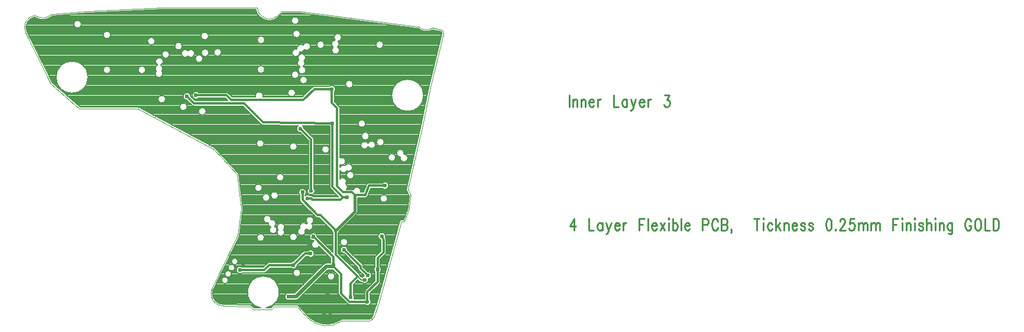
<source format=gbr>
*
*
G04 PADS 9.4.1 Build Number: 494907 generated Gerber (RS-274-X) file*
G04 PC Version=2.1*
*
%IN "MMSP_L_1.pcb"*%
*
%MOIN*%
*
%FSLAX35Y35*%
*
*
*
*
G04 PC Standard Apertures*
*
*
G04 Thermal Relief Aperture macro.*
%AMTER*
1,1,$1,0,0*
1,0,$1-$2,0,0*
21,0,$3,$4,0,0,45*
21,0,$3,$4,0,0,135*
%
*
*
G04 Annular Aperture macro.*
%AMANN*
1,1,$1,0,0*
1,0,$2,0,0*
%
*
*
G04 Odd Aperture macro.*
%AMODD*
1,1,$1,0,0*
1,0,$1-0.005,0,0*
%
*
*
G04 PC Custom Aperture Macros*
*
*
*
*
*
*
G04 PC Aperture Table*
*
%ADD010C,0.001*%
%ADD016C,0.01*%
%ADD018C,0.00787*%
%ADD019C,0.02362*%
%ADD022C,0.01969*%
%ADD023C,0.01181*%
%ADD024C,0.01575*%
*
*
*
*
G04 PC Circuitry*
G04 Layer Name MMSP_L_1.pcb - circuitry*
%LPD*%
*
*
G04 PC Custom Flashes*
G04 Layer Name MMSP_L_1.pcb - flashes*
%LPD*%
*
*
G04 PC Circuitry*
G04 Layer Name MMSP_L_1.pcb - circuitry*
%LPD*%
*
G54D10*
G01X1084338Y879416D02*
G75*
G03X1091450Y870727I6795J-1694D01*
G01X1084337Y879411D02*
X1084469Y879661D01*
X1084449Y879640*
X1099338Y910590*
X1101338Y925590*
X1099000Y945000*
X1086000Y959000*
X1043000Y982000*
X1010098*
X994098Y996000*
X979772Y1024917*
X985282Y1034748D02*
G03X979774Y1024913I607J-6800D01*
G01X985288Y1034748D02*
X985335Y1034744D01*
X986024Y1034055*
X986021Y1034056D02*
G03X994094Y1034883I3373J6886D01*
G01X994091Y1034881D02*
X994565Y1035356D01*
X1015000Y1037000*
X1057000Y1039000*
X1110433*
G03X1113187Y1034052I5045J-433*
G01X1113191Y1034049D02*
G03X1121065I3937J4610D01*
G01X1121067Y1034051D02*
X1124016Y1037000D01*
X1134000*
X1200197Y1028298*
X1201353*
G03X1209173Y1027455I4431J4416*
G01X1209174D02*
X1209247Y1027530D01*
X1214758Y1026365*
X1215407Y1024033D02*
G03X1214757Y1026366I-2399J589D01*
G01X1215407Y1024032D02*
X1208068Y994095D01*
X1203663Y972687*
X1195353Y936537*
X1196877Y932972*
X1193429Y918301D02*
G03X1196877Y932946I-27976J14316D01*
G01X1193432Y918307D02*
X1191535D01*
X1188000Y905000*
X1178563Y871588*
X1175919Y863986*
X1173588Y862205D02*
G03X1175920Y863988I-330J2848D01*
G01X1173585Y862205D02*
X1158055D01*
X1138351Y864223D02*
G03X1158054Y862204I11040J10587D01*
G01X1138356Y864218D02*
X1132826Y870374D01*
X1120079*
X1118356Y868651*
X1108071*
X1106275Y870448*
X1091453Y870727*
G54D16*
X1286220Y989633D02*
Y983071D01*
X1288266Y987446D02*
Y983071D01*
Y986196D02*
X1288948Y987133D01*
X1289402Y987446*
X1290084*
X1290539Y987133*
X1290766Y986196*
Y983071*
X1292811Y987446D02*
Y983071D01*
Y986196D02*
X1293493Y987133D01*
X1293948Y987446*
X1294630*
X1295084Y987133*
X1295311Y986196*
Y983071*
X1297357Y985571D02*
X1300084D01*
Y986196*
X1299857Y986821*
X1299630Y987133*
X1299175Y987446*
X1298493*
X1298039Y987133*
X1297584Y986508*
X1297357Y985571*
Y984946*
X1297584Y984008*
X1298039Y983383*
X1298493Y983071*
X1299175*
X1299630Y983383*
X1300084Y984008*
X1302130Y987446D02*
Y983071D01*
Y985571D02*
X1302357Y986508D01*
X1302811Y987133*
X1303266Y987446*
X1303948*
X1311220Y989633D02*
Y983071D01*
X1313948*
X1318720Y987446D02*
Y983071D01*
Y986508D02*
X1318266Y987133D01*
X1317811Y987446*
X1317130*
X1316675Y987133*
X1316220Y986508*
X1315993Y985571*
Y984946*
X1316220Y984008*
X1316675Y983383*
X1317130Y983071*
X1317811*
X1318266Y983383*
X1318720Y984008*
X1320993Y987446D02*
X1322357Y983071D01*
X1323720Y987446D02*
X1322357Y983071D01*
X1321902Y981821*
X1321448Y981196*
X1320993Y980883*
X1320766*
X1325766Y985571D02*
X1328493D01*
Y986196*
X1328266Y986821*
X1328039Y987133*
X1327584Y987446*
X1326902*
X1326448Y987133*
X1325993Y986508*
X1325766Y985571*
Y984946*
X1325993Y984008*
X1326448Y983383*
X1326902Y983071*
X1327584*
X1328039Y983383*
X1328493Y984008*
X1330539Y987446D02*
Y983071D01*
Y985571D02*
X1330766Y986508D01*
X1331220Y987133*
X1331675Y987446*
X1332357*
X1340084Y989633D02*
X1342584D01*
X1341220Y987133*
X1341902*
X1342357Y986821*
X1342584Y986508*
X1342811Y985571*
Y984946*
X1342584Y984008*
X1342130Y983383*
X1341448Y983071*
X1340766*
X1340084Y983383*
X1339857Y983696*
X1339630Y984321*
X1288887Y919948D02*
X1286614Y915573D01*
X1290023*
X1288887Y919948D02*
Y913386D01*
X1297296Y919948D02*
Y913386D01*
X1300023*
X1304796Y917761D02*
Y913386D01*
Y916823D02*
X1304341Y917448D01*
X1303887Y917761*
X1303205*
X1302751Y917448*
X1302296Y916823*
X1302069Y915886*
Y915261*
X1302296Y914323*
X1302751Y913698*
X1303205Y913386*
X1303887*
X1304341Y913698*
X1304796Y914323*
X1307069Y917761D02*
X1308432Y913386D01*
X1309796Y917761D02*
X1308432Y913386D01*
X1307978Y912136*
X1307523Y911511*
X1307069Y911198*
X1306841*
X1311841Y915886D02*
X1314569D01*
Y916511*
X1314341Y917136*
X1314114Y917448*
X1313660Y917761*
X1312978*
X1312523Y917448*
X1312069Y916823*
X1311841Y915886*
Y915261*
X1312069Y914323*
X1312523Y913698*
X1312978Y913386*
X1313660*
X1314114Y913698*
X1314569Y914323*
X1316614Y917761D02*
Y913386D01*
Y915886D02*
X1316841Y916823D01*
X1317296Y917448*
X1317751Y917761*
X1318432*
X1325705Y919948D02*
Y913386D01*
Y919948D02*
X1328660D01*
X1325705Y916823D02*
X1327523D01*
X1330705Y919948D02*
Y913386D01*
X1332751Y915886D02*
X1335478D01*
Y916511*
X1335251Y917136*
X1335023Y917448*
X1334569Y917761*
X1333887*
X1333432Y917448*
X1332978Y916823*
X1332751Y915886*
Y915261*
X1332978Y914323*
X1333432Y913698*
X1333887Y913386*
X1334569*
X1335023Y913698*
X1335478Y914323*
X1337523Y917761D02*
X1340023Y913386D01*
Y917761D02*
X1337523Y913386D01*
X1342069Y919948D02*
X1342296Y919636D01*
X1342523Y919948*
X1342296Y920261*
X1342069Y919948*
X1342296Y917761D02*
Y913386D01*
X1344569Y919948D02*
Y913386D01*
Y916823D02*
X1345023Y917448D01*
X1345478Y917761*
X1346160*
X1346614Y917448*
X1347069Y916823*
X1347296Y915886*
Y915261*
X1347069Y914323*
X1346614Y913698*
X1346160Y913386*
X1345478*
X1345023Y913698*
X1344569Y914323*
X1349341Y919948D02*
Y913386D01*
X1351387Y915886D02*
X1354114D01*
Y916511*
X1353887Y917136*
X1353660Y917448*
X1353205Y917761*
X1352523*
X1352069Y917448*
X1351614Y916823*
X1351387Y915886*
Y915261*
X1351614Y914323*
X1352069Y913698*
X1352523Y913386*
X1353205*
X1353660Y913698*
X1354114Y914323*
X1361387Y919948D02*
Y913386D01*
Y919948D02*
X1363432D01*
X1364114Y919636*
X1364341Y919323*
X1364569Y918698*
Y917761*
X1364341Y917136*
X1364114Y916823*
X1363432Y916511*
X1361387*
X1370023Y918386D02*
X1369796Y919011D01*
X1369341Y919636*
X1368887Y919948*
X1367978*
X1367523Y919636*
X1367069Y919011*
X1366841Y918386*
X1366614Y917448*
Y915886*
X1366841Y914948*
X1367069Y914323*
X1367523Y913698*
X1367978Y913386*
X1368887*
X1369341Y913698*
X1369796Y914323*
X1370023Y914948*
X1372069Y919948D02*
Y913386D01*
Y919948D02*
X1374114D01*
X1374796Y919636*
X1375023Y919323*
X1375251Y918698*
Y918073*
X1375023Y917448*
X1374796Y917136*
X1374114Y916823*
X1372069D02*
X1374114D01*
X1374796Y916511*
X1375023Y916198*
X1375251Y915573*
Y914636*
X1375023Y914011*
X1374796Y913698*
X1374114Y913386*
X1372069*
X1377751Y913698D02*
X1377523Y913386D01*
X1377296Y913698*
X1377523Y914011*
X1377751Y913698*
Y913073*
X1377523Y912448*
X1377296Y912136*
X1391841Y919948D02*
Y913386D01*
X1390251Y919948D02*
X1393432D01*
X1395478D02*
X1395705Y919636D01*
X1395932Y919948*
X1395705Y920261*
X1395478Y919948*
X1395705Y917761D02*
Y913386D01*
X1400705Y916823D02*
X1400251Y917448D01*
X1399796Y917761*
X1399114*
X1398660Y917448*
X1398205Y916823*
X1397978Y915886*
Y915261*
X1398205Y914323*
X1398660Y913698*
X1399114Y913386*
X1399796*
X1400251Y913698*
X1400705Y914323*
X1402751Y919948D02*
Y913386D01*
X1405023Y917761D02*
X1402751Y914636D01*
X1403660Y915886D02*
X1405251Y913386D01*
X1407296Y917761D02*
Y913386D01*
Y916511D02*
X1407978Y917448D01*
X1408432Y917761*
X1409114*
X1409569Y917448*
X1409796Y916511*
Y913386*
X1411841Y915886D02*
X1414569D01*
Y916511*
X1414341Y917136*
X1414114Y917448*
X1413660Y917761*
X1412978*
X1412523Y917448*
X1412069Y916823*
X1411841Y915886*
Y915261*
X1412069Y914323*
X1412523Y913698*
X1412978Y913386*
X1413660*
X1414114Y913698*
X1414569Y914323*
X1419114Y916823D02*
X1418887Y917448D01*
X1418205Y917761*
X1417523*
X1416841Y917448*
X1416614Y916823*
X1416841Y916198*
X1417296Y915886*
X1418432Y915573*
X1418887Y915261*
X1419114Y914636*
Y914323*
X1418887Y913698*
X1418205Y913386*
X1417523*
X1416841Y913698*
X1416614Y914323*
X1423660Y916823D02*
X1423432Y917448D01*
X1422751Y917761*
X1422069*
X1421387Y917448*
X1421160Y916823*
X1421387Y916198*
X1421841Y915886*
X1422978Y915573*
X1423432Y915261*
X1423660Y914636*
Y914323*
X1423432Y913698*
X1422751Y913386*
X1422069*
X1421387Y913698*
X1421160Y914323*
X1432296Y919948D02*
X1431614Y919636D01*
X1431160Y918698*
X1430932Y917136*
Y916198*
X1431160Y914636*
X1431614Y913698*
X1432296Y913386*
X1432751*
X1433432Y913698*
X1433887Y914636*
X1434114Y916198*
Y917136*
X1433887Y918698*
X1433432Y919636*
X1432751Y919948*
X1432296*
X1436387Y914011D02*
X1436160Y913698D01*
X1436387Y913386*
X1436614Y913698*
X1436387Y914011*
X1438887Y918386D02*
Y918698D01*
X1439114Y919323*
X1439341Y919636*
X1439796Y919948*
X1440705*
X1441160Y919636*
X1441387Y919323*
X1441614Y918698*
Y918073*
X1441387Y917448*
X1440932Y916511*
X1438660Y913386*
X1441841*
X1446841Y919948D02*
X1444569D01*
X1444341Y917136*
X1444569Y917448*
X1445251Y917761*
X1445932*
X1446614Y917448*
X1447069Y916823*
X1447296Y915886*
X1447069Y915261*
X1446841Y914323*
X1446387Y913698*
X1445705Y913386*
X1445023*
X1444341Y913698*
X1444114Y914011*
X1443887Y914636*
X1449341Y917761D02*
Y913386D01*
Y916511D02*
X1450023Y917448D01*
X1450478Y917761*
X1451160*
X1451614Y917448*
X1451841Y916511*
Y913386*
Y916511D02*
X1452523Y917448D01*
X1452978Y917761*
X1453660*
X1454114Y917448*
X1454341Y916511*
Y913386*
X1456387Y917761D02*
Y913386D01*
Y916511D02*
X1457069Y917448D01*
X1457523Y917761*
X1458205*
X1458660Y917448*
X1458887Y916511*
Y913386*
Y916511D02*
X1459569Y917448D01*
X1460023Y917761*
X1460705*
X1461160Y917448*
X1461387Y916511*
Y913386*
X1468660Y919948D02*
Y913386D01*
Y919948D02*
X1471614D01*
X1468660Y916823D02*
X1470478D01*
X1473660Y919948D02*
X1473887Y919636D01*
X1474114Y919948*
X1473887Y920261*
X1473660Y919948*
X1473887Y917761D02*
Y913386D01*
X1476160Y917761D02*
Y913386D01*
Y916511D02*
X1476841Y917448D01*
X1477296Y917761*
X1477978*
X1478432Y917448*
X1478660Y916511*
Y913386*
X1480705Y919948D02*
X1480932Y919636D01*
X1481160Y919948*
X1480932Y920261*
X1480705Y919948*
X1480932Y917761D02*
Y913386D01*
X1485705Y916823D02*
X1485478Y917448D01*
X1484796Y917761*
X1484114*
X1483432Y917448*
X1483205Y916823*
X1483432Y916198*
X1483887Y915886*
X1485023Y915573*
X1485478Y915261*
X1485705Y914636*
Y914323*
X1485478Y913698*
X1484796Y913386*
X1484114*
X1483432Y913698*
X1483205Y914323*
X1487751Y919948D02*
Y913386D01*
Y916511D02*
X1488432Y917448D01*
X1488887Y917761*
X1489569*
X1490023Y917448*
X1490251Y916511*
Y913386*
X1492296Y919948D02*
X1492523Y919636D01*
X1492751Y919948*
X1492523Y920261*
X1492296Y919948*
X1492523Y917761D02*
Y913386D01*
X1494796Y917761D02*
Y913386D01*
Y916511D02*
X1495478Y917448D01*
X1495932Y917761*
X1496614*
X1497069Y917448*
X1497296Y916511*
Y913386*
X1502069Y917761D02*
Y912761D01*
X1501841Y911823*
X1501614Y911511*
X1501160Y911198*
X1500478*
X1500023Y911511*
X1502069Y916823D02*
X1501614Y917448D01*
X1501160Y917761*
X1500478*
X1500023Y917448*
X1499569Y916823*
X1499341Y915886*
Y915261*
X1499569Y914323*
X1500023Y913698*
X1500478Y913386*
X1501160*
X1501614Y913698*
X1502069Y914323*
X1512751Y918386D02*
X1512523Y919011D01*
X1512069Y919636*
X1511614Y919948*
X1510705*
X1510251Y919636*
X1509796Y919011*
X1509569Y918386*
X1509341Y917448*
Y915886*
X1509569Y914948*
X1509796Y914323*
X1510251Y913698*
X1510705Y913386*
X1511614*
X1512069Y913698*
X1512523Y914323*
X1512751Y914948*
Y915886*
X1511614D02*
X1512751D01*
X1516160Y919948D02*
X1515705Y919636D01*
X1515251Y919011*
X1515023Y918386*
X1514796Y917448*
Y915886*
X1515023Y914948*
X1515251Y914323*
X1515705Y913698*
X1516160Y913386*
X1517069*
X1517523Y913698*
X1517978Y914323*
X1518205Y914948*
X1518432Y915886*
Y917448*
X1518205Y918386*
X1517978Y919011*
X1517523Y919636*
X1517069Y919948*
X1516160*
X1520478D02*
Y913386D01*
X1523205*
X1525251Y919948D02*
Y913386D01*
Y919948D02*
X1526841D01*
X1527523Y919636*
X1527978Y919011*
X1528205Y918386*
X1528432Y917448*
Y915886*
X1528205Y914948*
X1527978Y914323*
X1527523Y913698*
X1526841Y913386*
X1525251*
G54D18*
X1147835Y866732D02*
X1151575D01*
X1151772Y866929*
X1149803Y877165D02*
X1150984D01*
X1166929Y887402D02*
X1168898Y885433D01*
X1170866*
X1139567Y903740D02*
Y905512D01*
X1165748Y907283D02*
X1171850D01*
X1173031Y906102*
X1179134*
X1141357Y909271D02*
X1141929Y909843D01*
X1183858Y931299D02*
G03X1183858I-2165J0D01*
G01X1188386Y954528D02*
G03X1188386I-2166J0D01*
G01X1204134Y989567D02*
G03X1204134I-9055J0D01*
G01X1181890Y963189D02*
G03X1181890I-2166J0D01*
G01X1181496Y1018110D02*
G03X1181496I-2165J0D01*
G01X1173425Y966535D02*
G03X1173425I-2165J0D01*
G01X1171457Y973622D02*
G03X1171457I-2166J0D01*
G01X1164961Y944488D02*
G03X1164961I-2166J0D01*
G01X1164370Y995866D02*
G03X1164370I-2165J0D01*
G01X1148228Y1018110D02*
G03X1148228I-2165J0D01*
G01X1138583Y998228D02*
G03X1138583I-2166J0D01*
G01X1131890Y990945D02*
G03X1131890I-2166J0D01*
G01X1133858Y1001181D02*
G03X1133858I-2165J0D01*
G01X1134646Y1024213D02*
G03X1134646I-2166J0D01*
G01X1133858Y1031693D02*
G03X1133858I-2165J0D01*
G01X1114567Y1004134D02*
G03X1114567I-2165J0D01*
G01Y1020866D02*
G03X1114567I-2165J0D01*
G01X1090158Y1013780D02*
G03X1090158I-2166J0D01*
G01X1079724Y1010236D02*
G03X1079724I-2165J0D01*
G01X1083071Y1013583D02*
G03X1083071I-2165J0D01*
G01X1082874Y1023031D02*
G03X1082874I-2165J0D01*
G01X1068110Y1017323D02*
G03X1068110I-2165J0D01*
G01X1058661Y987402D02*
G03X1058661I-2165J0D01*
G01X1060827Y1012598D02*
G03X1060827I-2166J0D01*
G01X1052756Y1020079D02*
G03X1052756I-2165J0D01*
G01X1047441Y1003937D02*
G03X1047441I-2165J0D01*
G01X1027756D02*
G03X1027756I-2165J0D01*
G01Y1023622D02*
G03X1027756I-2165J0D01*
G01X1014961Y999803D02*
G03X1014961I-9055J0D01*
G01X1011220Y1029724D02*
G03X1011220I-2165J0D01*
G01X1114370Y909252D02*
G03X1114370I-2165J0D01*
G01X1122244Y933071D02*
G03X1122244I-2165J0D01*
G01X1125394Y943307D02*
G03X1125394I-2166J0D01*
G01X1117520Y931890D02*
G03X1117520I-2166J0D01*
G01X1113189Y937402D02*
G03X1113189I-2165J0D01*
G01X1114173Y962402D02*
G03X1114173I-2165J0D01*
G01X1093954Y885236D02*
G03X1093954I-1884J0D01*
G01X1095810Y888779D02*
G03X1095810I-1884J0D01*
G01X1097666Y892323D02*
G03X1097666I-1884J0D01*
G01X1099522Y895866D02*
G03X1099522I-1884J0D01*
G01X1081496Y980512D02*
G03X1081496I-2165J0D01*
G01X1070866Y983071D02*
G03X1070866I-2165J0D01*
G01X1132874Y909646D02*
G03X1132874I-2165J0D01*
G01Y960630D02*
G03X1132874I-2165J0D01*
G01X1150984Y959055D02*
G03X1150984I-2165J0D01*
G01X1134843Y889370D02*
G03X1134843I-2166J0D01*
G01X1154134Y887402D02*
G03X1154134I-2165J0D01*
G01X1214451Y1024267D02*
G03X1214227Y1025471I-1443J355D01*
G01X1214227D02*
X1209464Y1026478D01*
X1200961Y1027314D02*
G03X1209464Y1026478I4823J5400D01*
G01X1200961Y1027314D02*
X1200197D01*
X1200069Y1027322D02*
G03X1200197Y1027314I128J976D01*
G01X1200069Y1027322D02*
X1133936Y1036016D01*
X1124423*
X1121763Y1033355*
X1121706Y1033303D02*
G03X1121763Y1033355I-639J748D01*
G01X1112639Y1033228D02*
G03X1121706Y1033303I4489J5431D01*
G01X1109456Y1038016D02*
G03X1112639Y1033228I6022J551D01*
G01X1109456Y1038016D02*
X1057023D01*
X1015063Y1036018*
X995005Y1034404*
X994787Y1034185*
X994693Y1034103D02*
G03X994787Y1034185I-602J778D01*
G01X985591Y1033171D02*
G03X994693Y1034103I3803J7771D01*
G01X985328Y1033359D02*
G03X985591Y1033171I696J696D01*
G01X985328Y1033359D02*
X984969Y1033718D01*
G03X980654Y1025354I920J-5770*
G01X994894Y996612*
X1010468Y982984*
X1043000*
X1043464Y982868D02*
G03X1043000Y982984I-464J-868D01*
G01X1043464Y982868D02*
X1086464Y959868D01*
X1086721Y959670D02*
G03X1086464Y959868I-721J-670D01*
G01X1086721Y959670D02*
X1099721Y945670D01*
X1099977Y945118D02*
G03X1099721Y945670I-977J-118D01*
G01X1099977Y945118D02*
X1102316Y925707D01*
X1102314Y925459D02*
G03X1102316Y925707I-976J131D01*
G01X1102314Y925459D02*
X1100314Y910459D01*
X1100225Y910163D02*
G03X1100314Y910459I-887J427D01*
G01X1100225Y910163D02*
X1085407Y879361D01*
X1085339Y879199D02*
G03X1085407Y879361I-870J462D01*
G01X1085339Y879199D02*
X1085265Y879060D01*
G03X1091408Y871710I5868J-1338*
G01X1091472Y871711D02*
G03X1091408Y871710I-19J-984D01*
G01X1091472Y871711D02*
X1106293Y871432D01*
X1106971Y871144D02*
G03X1106293Y871432I-696J-696D01*
G01X1106971Y871144D02*
X1108479Y869636D01*
X1112151*
X1115408D02*
G03X1112151I-1628J8907D01*
G01X1115408D02*
X1117949D01*
X1119383Y871070*
X1120079Y871358D02*
G03X1119383Y871070I-0J-984D01*
G01X1120079Y871358D02*
X1132826D01*
X1133558Y871032D02*
G03X1132826Y871358I-732J-658D01*
G01X1133558Y871032D02*
X1139077Y864888D01*
G03X1157497Y863016I10314J9922*
G01X1158055Y863189D02*
G03X1157497Y863016I-0J-984D01*
G01X1158055Y863189D02*
X1173523D01*
G03X1174998Y864333I-265J1864*
G01X1177623Y871884*
X1187051Y905260*
X1190584Y918560*
X1191535Y919291D02*
G03X1190584Y918560I0J-984D01*
G01X1191535Y919291D02*
X1192823D01*
G03X1195894Y932767I-27370J13326*
G01X1194448Y936150*
X1194394Y936758D02*
G03X1194448Y936150I959J-221D01*
G01X1194394Y936758D02*
X1202701Y972896D01*
X1207104Y994294*
X1207112Y994330D02*
G03X1207104Y994294I956J-235D01*
G01X1207112Y994330D02*
X1214451Y1024267D01*
X1191027Y954726D02*
G03X1193028Y956298I2083J-592D01*
X1191027Y954726I-2083J592*
G01X1183858Y931299D02*
G03X1183858I-2165J0D01*
G01X1180797Y937008D02*
G03Y940157I1486J1575D01*
G01Y937008D02*
X1174410D01*
X1172644Y932674*
X1171185Y931693D02*
G03X1172644Y932674I0J1575D01*
G01X1171185Y931693D02*
X1166929D01*
Y924016*
X1166410Y922763D02*
G03X1166929Y924016I-1253J1253D01*
G01X1166410Y922763D02*
X1156661Y913013D01*
X1156102Y911900D02*
G03X1156661Y913013I-1574J1486D01*
G01X1156102Y911900D02*
Y900455D01*
X1168043Y888515*
X1168443Y887837D02*
G03X1168043Y888515I-1514J-435D01*
G01X1168443Y887837D02*
X1169325Y886954D01*
X1170514Y887570D02*
G03X1169325Y886954I352J-2137D01*
G01X1170473Y887929D02*
G03X1170514Y887570I2165J63D01*
G01X1170473Y887929D02*
X1167421Y890982D01*
X1166959Y892096D02*
G03X1167421Y890982I1575J-0D01*
G01X1166959Y892096D02*
Y892428D01*
X1159189Y900198*
X1159242Y904528D02*
G03X1159189Y900198I10J-2166D01*
G01X1159262Y904528D02*
G03X1159242I-10J2165D01*
G01X1161416Y902425D02*
G03X1159262Y904528I-2164J-63D01*
G01X1161416Y902425D02*
X1169648Y894193D01*
X1170109Y893080D02*
G03X1169648Y894193I-1575J-0D01*
G01X1170109Y893080D02*
Y892748D01*
X1172700Y890157*
X1172990Y885856D02*
G03X1172700Y890157I-352J2136D01*
G01X1169196Y884055D02*
G03X1172990Y885856I1670J1378D01*
G01X1169196Y884055D02*
X1168898D01*
X1167923Y884459D02*
G03X1168898Y884055I975J974D01*
G01X1167923Y884459D02*
X1167068Y885314D01*
X1164567Y882812*
Y877274*
X1164807Y874606D02*
G03X1164567Y877274I-1815J1181D01*
G01X1164807Y874606D02*
X1170866D01*
Y878543*
X1171327Y879657D02*
G03X1170866Y878543I1114J-1114D01*
G01X1171327Y879657D02*
X1176575Y884904D01*
Y889852*
Y892825D02*
G03Y889852I1575J-1486D01*
G01Y892825D02*
Y897681D01*
X1177036Y898795D02*
G03X1176575Y897681I1114J-1114D01*
G01X1177036Y898795D02*
X1179921Y901680D01*
Y907607*
X1179725Y908022*
X1182571Y909370D02*
G03X1179725Y908022I-2059J669D01*
G01X1182571Y909370D02*
X1182919Y908635D01*
X1183071Y907961D02*
G03X1182919Y908635I-1575J0D01*
G01X1183071Y907961D02*
Y901028D01*
X1182610Y899914D02*
G03X1183071Y901028I-1114J1114D01*
G01X1182610Y899914D02*
X1179724Y897029D01*
Y892825*
Y889852D02*
G03Y892825I-1574J1487D01*
G01Y889852D02*
Y884252D01*
X1179263Y883138D02*
G03X1179724Y884252I-1113J1114D01*
G01X1179263Y883138D02*
X1174016Y877891D01*
Y874518*
X1170955Y871457D02*
G03X1174016Y874518I1486J1574D01*
G01X1170955Y871457D02*
X1162407D01*
X1161294Y871918D02*
G03X1162407Y871457I1113J1113D01*
G01X1161294Y871918D02*
X1156564Y876648D01*
X1156102Y877762D02*
G03X1156564Y876648I1575J-0D01*
G01X1156102Y877762D02*
Y887930D01*
X1153088Y890945*
X1149948*
X1133596Y874592*
X1132204Y874016D02*
G03X1133596Y874592I-0J1968D01*
G01X1132204Y874016D02*
X1128855D01*
Y877953D02*
G03Y874016I-902J-1969D01*
G01Y877953D02*
X1131388D01*
X1147741Y894305*
X1149133Y894882D02*
G03X1147741Y894305I-0J-1969D01*
G01X1149133Y894882D02*
X1151418D01*
X1151772Y895384D02*
G03X1151418Y894882I1574J-1486D01*
G01X1151772Y895384D02*
Y897767D01*
X1145093Y904445*
X1142241Y907298D02*
G03X1145093Y904445I869J-1983D01*
G01X1142241Y907298D02*
X1141860Y907678D01*
X1141644Y907696D02*
G03X1141860Y907678I285J2147D01*
G01X1141644Y907696D02*
X1141357D01*
X1139796Y909473D02*
G03X1141357Y907696I1561J-202D01*
G01X1144094Y909899D02*
G03X1139796Y909473I-2165J-56D01*
G01X1144094Y909899D02*
X1152953Y901040D01*
Y911900*
X1152363Y913323D02*
G03X1152953Y911900I2165J63D01*
G01X1152363Y913323D02*
X1145264Y920422D01*
X1144348*
X1143234Y920883D02*
G03X1144348Y920422I1114J1114D01*
G01X1143234Y920883D02*
X1134713Y929404D01*
X1134252Y930518D02*
G03X1134713Y929404I1575J-0D01*
G01X1134252Y930518D02*
Y933356D01*
X1137402D02*
G03X1134252I-1575J1487D01*
G01X1137402D02*
Y933114D01*
X1140069Y932874D02*
G03X1137402Y933114I-1486J-1575D01*
G01X1140069Y932874D02*
X1140945D01*
X1142058Y932413D02*
G03X1140945Y932874I-1113J-1114D01*
G01X1142058Y932413D02*
X1142063Y932409D01*
X1156112*
X1151642Y936879*
X1151181Y937992D02*
G03X1151642Y936879I1575J0D01*
G01X1151181Y937992D02*
Y972260D01*
X1135929Y972414*
X1136810Y970732D02*
G03X1135929Y972414I-2164J-63D01*
G01X1136810Y970732D02*
X1141862Y965680D01*
X1142323Y964567D02*
G03X1141862Y965680I-1575J-0D01*
G01X1142323Y964567D02*
Y937116D01*
X1139173D02*
G03X1142323I1575J-1486D01*
G01X1139173D02*
Y963915D01*
X1134583Y968505*
X1133398Y972439D02*
G03X1134583Y968505I1248J-1770D01*
G01X1133398Y972439D02*
X1113665Y972638D01*
X1112568Y973099D02*
G03X1113665Y972638I1113J1114D01*
G01X1112568Y973099D02*
X1102202Y983465D01*
X1074606*
X1073493Y983926D02*
G03X1074606Y983465I1113J1113D01*
G01X1073493Y983926D02*
X1070607Y986812D01*
X1072834Y989039D02*
G03X1070607Y986812I-2165J-63D01*
G01X1072834Y989039D02*
X1075259Y986614D01*
X1093639*
X1092261Y987992*
X1077274*
Y991142D02*
G03Y987992I-1487J-1575D01*
G01Y991142D02*
X1092913D01*
X1094027Y990680D02*
G03X1092913Y991142I-1114J-1113D01*
G01X1094027Y990680D02*
X1096125Y988583D01*
X1109400*
X1113434D02*
G03X1109400I-2017J787D01*
G01X1113434D02*
X1135765D01*
X1141406Y994224*
X1142520Y994685D02*
G03X1141406Y994224I-0J-1575D01*
G01X1142520Y994685D02*
X1150876D01*
X1153937Y991624D02*
G03X1150876Y994685I-1575J1486D01*
G01X1153937Y991624D02*
Y985889D01*
X1156429Y983397*
X1156890Y982283D02*
G03X1156429Y983397I-1575J0D01*
G01X1156890Y982283D02*
Y954291D01*
Y950433D02*
G03Y954291I984J1929D01*
G01Y950433D02*
Y948934D01*
X1159939Y949908D02*
G03X1156890Y948934I-1081J-1877D01*
G01X1160730Y946943D02*
G03X1159939Y949908I1081J1876D01*
G01X1156890Y947129D02*
G03X1160730Y946943I1968J902D01*
G01X1156890Y947129D02*
Y942431D01*
X1160191Y939639D02*
G03X1156890Y942431I-1726J1306D01*
G01X1160725Y936417D02*
G03X1160191Y939639I-1670J1378D01*
G01X1160725Y936417D02*
X1163583D01*
X1164437Y936165D02*
G03X1163583Y936417I-854J-1322D01*
G01X1168553Y934843D02*
G03X1164437Y936165I-2018J787D01*
G01X1168553Y934843D02*
X1170126D01*
X1171892Y939177*
X1173351Y940158D02*
G03X1171892Y939177I-0J-1575D01*
G01X1173351Y940158D02*
X1180797D01*
X1188386Y954528D02*
G03X1188386I-2166J0D01*
G01X1204134Y989567D02*
G03X1204134I-9055J0D01*
G01X1181890Y963189D02*
G03X1181890I-2166J0D01*
G01X1181496Y1018110D02*
G03X1181496I-2165J0D01*
G01X1172879Y960620D02*
G03X1172790Y962411I1924J994D01*
X1172879Y960620I-1924J-994*
G01X1173425Y966535D02*
G03X1173425I-2165J0D01*
G01X1171457Y973622D02*
G03X1171457I-2166J0D01*
G01X1164961Y944488D02*
G03X1164961I-2166J0D01*
G01X1164370Y995866D02*
G03X1164370I-2165J0D01*
G01X1155814Y1020081D02*
G03X1154225Y1020667I-105J2163D01*
G01X1155668Y1016801D02*
G03X1155814Y1020081I-1337J1703D01*
G01X1153190Y1016663D02*
G03X1155668Y1016801I1338J-1702D01*
G01X1154225Y1020667D02*
G03X1153190Y1016663I106J-2163D01*
G01X1148228Y1018110D02*
G03X1148228I-2165J0D01*
G01X1138583Y998228D02*
G03X1138583I-2166J0D01*
G01X1131890Y990945D02*
G03X1131890I-2166J0D01*
G01X1133858Y1001181D02*
G03X1133858I-2165J0D01*
G01X1134492Y1005582D02*
G03X1136178Y1005835I1138J-1842D01*
G01X1133774Y1009435D02*
G03X1134492Y1005582I1265J-1758D01*
G01X1136698Y1009069D02*
G03X1133774Y1009435I-1265J1758D01*
G01X1136178Y1005835D02*
G03X1136698Y1009069I-1139J1842D01*
G01X1136878Y1015403D02*
G03X1136154Y1017865I1311J1723D01*
G01X1134195Y1014075D02*
G03X1136878Y1015403I648J2067D01*
G01X1132734Y1015649D02*
G03X1134195Y1014075I-647J-2066D01*
G01X1136154Y1017865D02*
G03X1132734Y1015649I-1311J-1723D01*
G01X1134646Y1024213D02*
G03X1134646I-2166J0D01*
G01X1133858Y1031693D02*
G03X1133858I-2165J0D01*
G01X1114567Y1004134D02*
G03X1114567I-2165J0D01*
G01Y1020866D02*
G03X1114567I-2165J0D01*
G01X1090158Y1013780D02*
G03X1090158I-2166J0D01*
G01X1079724Y1010236D02*
G03X1079724I-2165J0D01*
G01X1083071Y1013583D02*
G03X1083071I-2165J0D01*
G01X1082874Y1023031D02*
G03X1082874I-2165J0D01*
G01X1071260Y1011703D02*
G03Y1014675I1575J1486D01*
Y1011703I-1575J-1486*
G01X1068110Y1017323D02*
G03X1068110I-2165J0D01*
G01X1058661Y987402D02*
G03X1058661I-2165J0D01*
G01X1055915Y1006648D02*
G03X1054124Y1006738I-797J2013D01*
G01X1056505Y1003248D02*
G03X1055915Y1006648I-1584J1476D01*
G01X1053337Y1003248D02*
G03X1056505I1584J-1476D01*
G01X1054124Y1006738D02*
G03X1053337Y1003248I797J-2014D01*
G01X1060827Y1012598D02*
G03X1060827I-2166J0D01*
G01X1052756Y1020079D02*
G03X1052756I-2165J0D01*
G01X1047441Y1003937D02*
G03X1047441I-2165J0D01*
G01X1027756D02*
G03X1027756I-2165J0D01*
G01Y1023622D02*
G03X1027756I-2165J0D01*
G01X1014961Y999803D02*
G03X1014961I-9055J0D01*
G01X1011220Y1029724D02*
G03X1011220I-2165J0D01*
G01X1114370Y909252D02*
G03X1114370I-2165J0D01*
G01X1125198Y913690D02*
G03X1122097Y913742I-1525J1537D01*
X1125198Y913690I1525J-1537*
G01X1117958Y915289D02*
G03X1120034Y915617I1333J-1706D01*
G01X1116554Y917607D02*
G03X1117958Y915289I2147J-284D01*
G01X1118092Y919401D02*
G03X1116554Y917607I-2147J284D01*
G01X1120034Y915617D02*
G03X1118092Y919401I-1333J1706D01*
G01X1122244Y933071D02*
G03X1122244I-2165J0D01*
G01X1125394Y943307D02*
G03X1125394I-2166J0D01*
G01X1117520Y931890D02*
G03X1117520I-2166J0D01*
G01X1113189Y937402D02*
G03X1113189I-2165J0D01*
G01X1114173Y962402D02*
G03X1114173I-2165J0D01*
G01X1093954Y885236D02*
G03X1093954I-1884J0D01*
G01X1095810Y888779D02*
G03X1095810I-1884J0D01*
G01X1097666Y892323D02*
G03X1097666I-1884J0D01*
G01X1099522Y895866D02*
G03X1099522I-1884J0D01*
G01X1081496Y980512D02*
G03X1081496I-2165J0D01*
G01X1070866Y983071D02*
G03X1070866I-2165J0D01*
G01X1132874Y909646D02*
G03X1132874I-2165J0D01*
G01Y960630D02*
G03X1132874I-2165J0D01*
G01X1150984Y959055D02*
G03X1150984I-2165J0D01*
G01X1134843Y889370D02*
G03X1134843I-2166J0D01*
G01X1138868Y898622D02*
G03Y901772I1486J1575D01*
G01Y898622D02*
X1137857D01*
X1132873Y893638*
X1129222Y892126D02*
G03X1132873Y893638I1487J1575D01*
G01X1129222Y892126D02*
X1117680D01*
X1115385Y889831*
X1114272Y889370D02*
G03X1115385Y889831I-0J1575D01*
G01X1114272Y889370D02*
X1102077D01*
Y892520D02*
G03Y889370I-1486J-1575D01*
G01Y892520D02*
X1113619D01*
X1115914Y894814*
X1117028Y895276D02*
G03X1115914Y894814I-0J-1575D01*
G01X1117028Y895276D02*
X1129222D01*
X1130646Y895865D02*
G03X1129222Y895276I63J-2164D01*
G01X1130646Y895865D02*
X1136091Y901310D01*
X1137205Y901772D02*
G03X1136091Y901310I-0J-1575D01*
G01X1137205Y901772D02*
X1138868D01*
X1140986Y917187D02*
G03X1138542Y917459I-1025J1907D01*
G01X1137992Y914065D02*
G03X1140986Y917187I1575J1486D01*
G01X1137191Y913529D02*
G03X1137992Y914065I-774J2022D01*
G01X1134462Y914621D02*
G03X1137191Y913529I774J-2023D01*
G01X1137992Y917037D02*
G03X1134462Y914621I-1575J-1486D01*
G01X1138542Y917459D02*
G03X1137992Y917037I1025J-1908D01*
G01X1154134Y887402D02*
G03X1154134I-2165J0D01*
G01X1134617Y1024566D02*
X1214493D01*
X1157153Y1023857D02*
X1214350D01*
X1134368Y1025274D02*
X1214343D01*
X1157676Y1023148D02*
X1214177D01*
X1157865Y1022440D02*
X1214003D01*
X1157812Y1021731D02*
X1213829D01*
X1157496Y1021022D02*
X1213655D01*
X1156690Y1020314D02*
X1213482D01*
X1180897Y1019605D02*
X1213308D01*
X1181348Y1018896D02*
X1213134D01*
X1181495Y1018188D02*
X1212961D01*
X1181402Y1017479D02*
X1212787D01*
X1181032Y1016770D02*
X1212613D01*
X1180032Y1016062D02*
X1212439D01*
X1156657Y1015353D02*
X1212266D01*
X1156670Y1014644D02*
X1212092D01*
X1156435Y1013936D02*
X1211918D01*
X1208453Y1025983D02*
X1211806D01*
X1155825Y1013227D02*
X1211744D01*
X1136785Y1012518D02*
X1211571D01*
X1137362Y1011810D02*
X1211397D01*
X1137581Y1011101D02*
X1211223D01*
X1137554Y1010392D02*
X1211050D01*
X1137272Y1009684D02*
X1210876D01*
X1136773Y1008975D02*
X1210702D01*
X1137123Y1008266D02*
X1210528D01*
X1137201Y1007558D02*
X1210355D01*
X1137040Y1006849D02*
X1210181D01*
X1136565Y1006140D02*
X1210007D01*
X1136982Y1005432D02*
X1209834D01*
X1137559Y1004723D02*
X1209660D01*
X1137778Y1004014D02*
X1209486D01*
X1137751Y1003306D02*
X1209312D01*
X1137469Y1002597D02*
X1209139D01*
X1136752Y1001888D02*
X1208965D01*
X1133858Y1001180D02*
X1208791D01*
X1133739Y1000471D02*
X1208618D01*
X1137945Y999762D02*
X1208444D01*
X1138419Y999054D02*
X1208270D01*
X1197301Y998345D02*
X1208096D01*
X1199187Y997636D02*
X1207923D01*
X1200353Y996928D02*
X1207749D01*
X1201222Y996219D02*
X1207575D01*
X1201910Y995510D02*
X1207402D01*
X1202467Y994802D02*
X1207228D01*
X1202921Y994093D02*
X1207063D01*
X1203290Y993385D02*
X1206917D01*
X1203583Y992676D02*
X1206771D01*
X1203810Y991967D02*
X1206625D01*
X1203974Y991259D02*
X1206479D01*
X1204080Y990550D02*
X1206334D01*
X1204130Y989841D02*
X1206188D01*
X1204123Y989133D02*
X1206042D01*
X1204061Y988424D02*
X1205896D01*
X1203943Y987715D02*
X1205750D01*
X1203764Y987007D02*
X1205605D01*
X1203523Y986298D02*
X1205459D01*
X1203213Y985589D02*
X1205313D01*
X1202827Y984881D02*
X1205167D01*
X1202351Y984172D02*
X1205021D01*
X1201768Y983463D02*
X1204876D01*
X1201044Y982755D02*
X1204730D01*
X1200122Y982046D02*
X1204584D01*
X1198856Y981337D02*
X1204438D01*
X1196529Y980629D02*
X1204292D01*
X1156890Y979920D02*
X1204146D01*
X1156890Y979211D02*
X1204001D01*
X1156890Y978503D02*
X1203855D01*
X1156890Y977794D02*
X1203709D01*
X1156890Y977085D02*
X1203563D01*
X1156890Y976377D02*
X1203417D01*
X1170001Y975668D02*
X1203272D01*
X1170994Y974959D02*
X1203126D01*
X1133727Y1025983D02*
X1203116D01*
X1171363Y974251D02*
X1202980D01*
X1171455Y973542D02*
X1202834D01*
X1171308Y972833D02*
X1202687D01*
X1170856Y972125D02*
X1202524D01*
X1156890Y971416D02*
X1202361D01*
X1156890Y970707D02*
X1202198D01*
X1156890Y969999D02*
X1202035D01*
X1156890Y969290D02*
X1201872D01*
X980183Y1026692D02*
X1201765D01*
X1171969Y968581D02*
X1201709D01*
X1172963Y967873D02*
X1201546D01*
X1173332Y967164D02*
X1201384D01*
X1173424Y966455D02*
X1201221D01*
X1173276Y965747D02*
X1201058D01*
X1180851Y965038D02*
X1200895D01*
X1181565Y964329D02*
X1200732D01*
X1181846Y963621D02*
X1200569D01*
X1181872Y962912D02*
X1200406D01*
X1181652Y962203D02*
X1200243D01*
X1181073Y961495D02*
X1200080D01*
X1176804Y960786D02*
X1199917D01*
X1176329Y960077D02*
X1199754D01*
X1171568Y959369D02*
X1199591D01*
X980072Y1027400D02*
X1199473D01*
X1192192Y958660D02*
X1199429D01*
X1192832Y957951D02*
X1199266D01*
X1193081Y957243D02*
X1199103D01*
X1193081Y956534D02*
X1198940D01*
X1194462Y955825D02*
X1198777D01*
X1195040Y955117D02*
X1198614D01*
X1195258Y954408D02*
X1198451D01*
X1195232Y953699D02*
X1198288D01*
X1194949Y952991D02*
X1198125D01*
X1194233Y952282D02*
X1197962D01*
X1159891Y951573D02*
X1197799D01*
X1162520Y950865D02*
X1197637D01*
X1163514Y950156D02*
X1197474D01*
X1163883Y949448D02*
X1197311D01*
X1163975Y948739D02*
X1197148D01*
X1163828Y948030D02*
X1196985D01*
X1163375Y947322D02*
X1196822D01*
X1163213Y946613D02*
X1196659D01*
X1164433Y945904D02*
X1196496D01*
X1164842Y945196D02*
X1196333D01*
X1164961Y944487D02*
X1196170D01*
X1164841Y943778D02*
X1196007D01*
X1183534Y932440D02*
X1195894D01*
X1183815Y931731D02*
X1195882D01*
X1183841Y931022D02*
X1195853D01*
X1164431Y943070D02*
X1195845D01*
X1183621Y930314D02*
X1195807D01*
X1183041Y929605D02*
X1195745D01*
X1182820Y933148D02*
X1195731D01*
X1163200Y942361D02*
X1195682D01*
X1166929Y928896D02*
X1195667D01*
X1166929Y928188D02*
X1195571D01*
X1160511Y941652D02*
X1195519D01*
X1166929Y927479D02*
X1195458D01*
X1173126Y933857D02*
X1195428D01*
X1160630Y940944D02*
X1195356D01*
X1166929Y926770D02*
X1195328D01*
X1183683Y940235D02*
X1195193D01*
X1166929Y926062D02*
X1195181D01*
X1173415Y934566D02*
X1195125D01*
X1184232Y939526D02*
X1195030D01*
X1166929Y925353D02*
X1195015D01*
X1184436Y938818D02*
X1194867D01*
X1166929Y924644D02*
X1194832D01*
X1173703Y935274D02*
X1194822D01*
X1184396Y938109D02*
X1194704D01*
X1166927Y923936D02*
X1194631D01*
X1184098Y937400D02*
X1194541D01*
X1173992Y935983D02*
X1194519D01*
X1166744Y923227D02*
X1194410D01*
X1183338Y936692D02*
X1194381D01*
X1166166Y922518D02*
X1194171D01*
X1010497Y1028109D02*
X1194082D01*
X1165457Y921810D02*
X1193912D01*
X1164748Y921101D02*
X1193633D01*
X1156890Y980629D02*
X1193629D01*
X1164040Y920392D02*
X1193332D01*
X1163331Y919684D02*
X1193011D01*
X1138580Y998345D02*
X1192856D01*
X1160038Y952282D02*
X1191988D01*
X1156890Y981337D02*
X1191301D01*
X1187746Y952991D02*
X1191271D01*
X1188221Y953699D02*
X1190989D01*
X1163452Y997636D02*
X1190970D01*
X1188383Y954408D02*
X1190962D01*
X1162622Y918975D02*
X1190813D01*
X1161914Y918266D02*
X1190506D01*
X1161205Y917558D02*
X1190318D01*
X1160496Y916849D02*
X1190130D01*
X1156890Y982046D02*
X1190036D01*
X1159788Y916140D02*
X1189941D01*
X1164092Y996928D02*
X1189805D01*
X1159079Y915432D02*
X1189753D01*
X1188304Y955117D02*
X1189702D01*
X1156890Y958660D02*
X1189698D01*
X1158370Y914723D02*
X1189565D01*
X1157662Y914014D02*
X1189377D01*
X1156953Y913306D02*
X1189188D01*
X1156818Y982755D02*
X1189113D01*
X1187954Y955825D02*
X1189059D01*
X1156890Y957951D02*
X1189058D01*
X1156544Y912597D02*
X1189000D01*
X1164341Y996219D02*
X1188935D01*
X1181639Y911888D02*
X1188812D01*
X1187034Y956534D02*
X1188809D01*
X1156890Y957243D02*
X1188808D01*
X1011021Y1028818D02*
X1188691D01*
X1182353Y911180D02*
X1188623D01*
X1182634Y910471D02*
X1188435D01*
X1156362Y983463D02*
X1188390D01*
X1164341Y995510D02*
X1188247D01*
X1182659Y909762D02*
X1188247D01*
X1182721Y909054D02*
X1188059D01*
X1183023Y908345D02*
X1187870D01*
X1155654Y984172D02*
X1187806D01*
X1164090Y994802D02*
X1187690D01*
X1183071Y907636D02*
X1187682D01*
X1183071Y906928D02*
X1187494D01*
X1154945Y984881D02*
X1187331D01*
X1183071Y906219D02*
X1187305D01*
X1163448Y994093D02*
X1187236D01*
X1183071Y905510D02*
X1187117D01*
X1154236Y985589D02*
X1186944D01*
X1183071Y904802D02*
X1186921D01*
X1154510Y993385D02*
X1186868D01*
X1183071Y904093D02*
X1186721D01*
X1153937Y986298D02*
X1186634D01*
X1154484Y992676D02*
X1186574D01*
X1183071Y903385D02*
X1186521D01*
X1153937Y987007D02*
X1186393D01*
X1154201Y991967D02*
X1186348D01*
X1183071Y902676D02*
X1186321D01*
X1153937Y987715D02*
X1186215D01*
X1153937Y991259D02*
X1186183D01*
X1183071Y901967D02*
X1186121D01*
X1153937Y988424D02*
X1186096D01*
X1153937Y990550D02*
X1186077D01*
X1153937Y989133D02*
X1186034D01*
X1153937Y989841D02*
X1186028D01*
X1183071Y901259D02*
X1185920D01*
X1182997Y900550D02*
X1185720D01*
X1182536Y899841D02*
X1185520D01*
X1156890Y956534D02*
X1185406D01*
X1181828Y899133D02*
X1185320D01*
X1181119Y898424D02*
X1185120D01*
X1180411Y897715D02*
X1184920D01*
X1179724Y897007D02*
X1184719D01*
X1159946Y952991D02*
X1184695D01*
X1179724Y896298D02*
X1184519D01*
X1156890Y955825D02*
X1184487D01*
X1179724Y895589D02*
X1184319D01*
X1159577Y953699D02*
X1184220D01*
X1156890Y955117D02*
X1184137D01*
X1179724Y894881D02*
X1184119D01*
X1158583Y954408D02*
X1184058D01*
X1179724Y894172D02*
X1183919D01*
X1179724Y893463D02*
X1183719D01*
X1179788Y892755D02*
X1183518D01*
X1180196Y892046D02*
X1183318D01*
X1011211Y1029526D02*
X1183300D01*
X1180315Y891337D02*
X1183118D01*
X1180195Y890629D02*
X1182918D01*
X1179786Y889920D02*
X1182718D01*
X1179724Y889211D02*
X1182518D01*
X1179724Y888503D02*
X1182317D01*
X1179724Y887794D02*
X1182117D01*
X1179724Y887085D02*
X1181917D01*
X1179724Y886377D02*
X1181717D01*
X1179724Y885668D02*
X1181517D01*
X1179724Y884959D02*
X1181317D01*
X1174281Y936692D02*
X1181229D01*
X1179724Y884251D02*
X1181116D01*
X1179555Y883542D02*
X1180916D01*
X1160510Y940235D02*
X1180884D01*
X1178958Y882833D02*
X1180716D01*
X1172837Y933148D02*
X1180566D01*
X1178249Y882125D02*
X1180516D01*
X1166929Y929605D02*
X1180344D01*
X1177541Y881416D02*
X1180316D01*
X1176832Y880707D02*
X1180116D01*
X1161405Y906928D02*
X1179921D01*
X1161365Y906219D02*
X1179921D01*
X1161066Y905510D02*
X1179921D01*
X1160307Y904802D02*
X1179921D01*
X1160553Y904093D02*
X1179921D01*
X1161161Y903385D02*
X1179921D01*
X1161395Y902676D02*
X1179921D01*
X1161874Y901967D02*
X1179921D01*
X1176123Y879999D02*
X1179915D01*
X1161201Y907636D02*
X1179907D01*
X1172525Y932440D02*
X1179852D01*
X1166929Y930314D02*
X1179765D01*
X1175415Y879290D02*
X1179715D01*
X1171530Y931731D02*
X1179571D01*
X1166929Y931022D02*
X1179545D01*
X1174706Y878581D02*
X1179515D01*
X1162583Y901259D02*
X1179500D01*
X1156102Y911888D02*
X1179385D01*
X1174016Y877873D02*
X1179315D01*
X1160652Y908345D02*
X1179163D01*
X1174016Y877164D02*
X1179115D01*
X1174016Y876455D02*
X1178915D01*
X1163291Y900550D02*
X1178791D01*
X1174016Y875747D02*
X1178714D01*
X1156102Y911180D02*
X1178671D01*
X1156392Y1016062D02*
X1178629D01*
X1172824Y965038D02*
X1178598D01*
X1156102Y909054D02*
X1178584D01*
X1174016Y875038D02*
X1178514D01*
X1156102Y910471D02*
X1178390D01*
X1176965Y961495D02*
X1178376D01*
X1156102Y909762D02*
X1178364D01*
X1174174Y874329D02*
X1178314D01*
X1174525Y873621D02*
X1178114D01*
X1164000Y899841D02*
X1178082D01*
X1174603Y872912D02*
X1177914D01*
X1133294Y1030235D02*
X1177910D01*
X1156890Y964329D02*
X1177884D01*
X1176887Y962203D02*
X1177796D01*
X1156195Y1019605D02*
X1177764D01*
X1174442Y872203D02*
X1177714D01*
X1155717Y1016770D02*
X1177630D01*
X1175617Y963621D02*
X1177603D01*
X1176536Y962912D02*
X1177577D01*
X1173966Y871495D02*
X1177488D01*
X1164709Y899133D02*
X1177374D01*
X1156460Y1018896D02*
X1177313D01*
X1156238Y1017479D02*
X1177259D01*
X1133779Y870786D02*
X1177242D01*
X1156473Y1018188D02*
X1177167D01*
X1134415Y870077D02*
X1176995D01*
X1165417Y898424D02*
X1176761D01*
X1135052Y869369D02*
X1176749D01*
X1166126Y897715D02*
X1176575D01*
X1166835Y897007D02*
X1176575D01*
X1167543Y896298D02*
X1176575D01*
X1168252Y895589D02*
X1176575D01*
X1168961Y894881D02*
X1176575D01*
X1169669Y894172D02*
X1176575D01*
X1170062Y893463D02*
X1176575D01*
X1174427Y889211D02*
X1176575D01*
X1174742Y888503D02*
X1176575D01*
X1174794Y887794D02*
X1176575D01*
X1174604Y887085D02*
X1176575D01*
X1174080Y886377D02*
X1176575D01*
X1173019Y885668D02*
X1176575D01*
X1172979Y884959D02*
X1176575D01*
X1173624Y889920D02*
X1176514D01*
X1170109Y892755D02*
X1176511D01*
X1135688Y868660D02*
X1176502D01*
X1136325Y867951D02*
X1176256D01*
X1172228Y890629D02*
X1176104D01*
X1170811Y892046D02*
X1176103D01*
X1136962Y867243D02*
X1176010D01*
X1171520Y891337D02*
X1175984D01*
X1172680Y884251D02*
X1175921D01*
X1137598Y866534D02*
X1175763D01*
X1138235Y865825D02*
X1175517D01*
X1138871Y865117D02*
X1175270D01*
X1171921Y883542D02*
X1175212D01*
X1139561Y864408D02*
X1175024D01*
X1140370Y863699D02*
X1174567D01*
X1164588Y882833D02*
X1174504D01*
X1156890Y963621D02*
X1173989D01*
X1164567Y882125D02*
X1173795D01*
X1172567Y960077D02*
X1173278D01*
X1164567Y881416D02*
X1173087D01*
X1172433Y962912D02*
X1173070D01*
X1133724Y1030944D02*
X1172519D01*
X1164567Y880707D02*
X1172378D01*
X1160356Y939526D02*
X1172090D01*
X1160964Y938818D02*
X1171746D01*
X1164567Y879999D02*
X1171669D01*
X1161198Y938109D02*
X1171457D01*
X1167782Y937400D02*
X1171168D01*
X1164567Y879290D02*
X1171054D01*
X1168423Y936692D02*
X1170880D01*
X1164567Y878581D02*
X1170867D01*
X1164567Y877873D02*
X1170866D01*
X1164664Y877164D02*
X1170866D01*
X1165052Y876455D02*
X1170866D01*
X1165157Y875747D02*
X1170866D01*
X1165024Y875038D02*
X1170866D01*
X1168672Y935983D02*
X1170591D01*
X1156890Y968581D02*
X1170551D01*
X1168485Y887794D02*
X1170482D01*
X1168671Y935274D02*
X1170302D01*
X1156890Y959369D02*
X1170165D01*
X1168055Y888503D02*
X1169900D01*
X1165297Y883542D02*
X1169811D01*
X1156890Y965038D02*
X1169696D01*
X1156890Y967873D02*
X1169557D01*
X1169194Y887085D02*
X1169467D01*
X1156890Y962912D02*
X1169299D01*
X1156890Y965747D02*
X1169243D01*
X1167347Y889211D02*
X1169191D01*
X1156890Y967164D02*
X1169188D01*
X1156890Y960077D02*
X1169165D01*
X1156890Y966455D02*
X1169096D01*
X1156890Y962203D02*
X1168848D01*
X1156890Y960786D02*
X1168795D01*
X1156890Y961495D02*
X1168702D01*
X1156890Y975668D02*
X1168582D01*
X1166638Y889920D02*
X1168483D01*
X1166005Y884251D02*
X1168190D01*
X1165929Y890629D02*
X1167774D01*
X1156890Y972125D02*
X1167727D01*
X1156890Y974959D02*
X1167588D01*
X1166714Y884959D02*
X1167423D01*
X1156890Y972833D02*
X1167275D01*
X1156890Y974251D02*
X1167219D01*
X1165221Y891337D02*
X1167154D01*
X1133858Y1031652D02*
X1167128D01*
X1156890Y973542D02*
X1167127D01*
X1164512Y892046D02*
X1166960D01*
X1163803Y892755D02*
X1166632D01*
X1163095Y893463D02*
X1165924D01*
X1161184Y937400D02*
X1165289D01*
X1162386Y894172D02*
X1165215D01*
X1160918Y936692D02*
X1164648D01*
X1161677Y894881D02*
X1164506D01*
X1160969Y895589D02*
X1163798D01*
X1160260Y896298D02*
X1163089D01*
X1160103Y942361D02*
X1162391D01*
X1159551Y897007D02*
X1162380D01*
X1160494Y946613D02*
X1162377D01*
X1119464Y871495D02*
X1162063D01*
X1133753Y1032361D02*
X1161738D01*
X1158843Y897715D02*
X1161672D01*
X1158882Y943070D02*
X1161159D01*
X1159263Y945904D02*
X1161157D01*
X1159438Y950865D02*
X1161102D01*
X1120245Y872203D02*
X1161008D01*
X1158134Y898424D02*
X1160963D01*
X1154292Y994093D02*
X1160962D01*
X1138500Y997636D02*
X1160958D01*
X1156890Y943778D02*
X1160750D01*
X1156890Y945196D02*
X1160749D01*
X1156890Y944487D02*
X1160630D01*
X1153714Y994802D02*
X1160319D01*
X1138149Y996928D02*
X1160317D01*
X1120871Y872912D02*
X1160300D01*
X1157425Y899133D02*
X1160254D01*
X1159276Y950156D02*
X1160108D01*
X1013879Y995510D02*
X1160069D01*
X1137225Y996219D02*
X1160068D01*
X1121380Y873621D02*
X1159591D01*
X1156717Y899841D02*
X1159546D01*
X1133270Y874329D02*
X1158882D01*
X1156890Y945904D02*
X1158454D01*
X1156890Y950156D02*
X1158440D01*
X1156102Y904802D02*
X1158197D01*
X1134041Y875038D02*
X1158174D01*
X1156102Y900550D02*
X1158067D01*
X1156890Y943070D02*
X1158047D01*
X1156102Y904093D02*
X1157951D01*
X1156102Y908345D02*
X1157852D01*
X1134750Y875747D02*
X1157465D01*
X1141321Y862991D02*
X1157461D01*
X1156102Y905510D02*
X1157438D01*
X1156102Y901259D02*
X1157389D01*
X1156102Y903385D02*
X1157343D01*
X1156102Y907636D02*
X1157303D01*
X1156890Y946613D02*
X1157222D01*
X1156890Y949448D02*
X1157220D01*
X1156890Y954408D02*
X1157165D01*
X1156102Y906219D02*
X1157139D01*
X1156102Y901967D02*
X1157123D01*
X1156102Y902676D02*
X1157109D01*
X1156102Y906928D02*
X1157099D01*
X1135459Y876455D02*
X1156756D01*
X1133364Y1033070D02*
X1156347D01*
X1142472Y862282D02*
X1156310D01*
X1136167Y877164D02*
X1156220D01*
X1154098Y887794D02*
X1156102D01*
X1154111Y887085D02*
X1156102D01*
X1153876Y886377D02*
X1156102D01*
X1153266Y885668D02*
X1156102D01*
X1143963Y884959D02*
X1156102D01*
X1143254Y884251D02*
X1156102D01*
X1142545Y883542D02*
X1156102D01*
X1141837Y882833D02*
X1156102D01*
X1141128Y882125D02*
X1156102D01*
X1140419Y881416D02*
X1156102D01*
X1139711Y880707D02*
X1156102D01*
X1139002Y879999D02*
X1156102D01*
X1138293Y879290D02*
X1156102D01*
X1137585Y878581D02*
X1156102D01*
X1136876Y877873D02*
X1156102D01*
X1142031Y932440D02*
X1156081D01*
X1153833Y888503D02*
X1155530D01*
X1139710Y933148D02*
X1155373D01*
X1143949Y861573D02*
X1154832D01*
X1153158Y889211D02*
X1154821D01*
X1141991Y933857D02*
X1154664D01*
X1134616Y1023857D02*
X1154264D01*
X1148923Y889920D02*
X1154113D01*
X1142634Y934566D02*
X1153955D01*
X1114561Y1021022D02*
X1153921D01*
X1134366Y1023148D02*
X1153741D01*
X1114387Y1021731D02*
X1153605D01*
X1133723Y1022440D02*
X1153552D01*
X1149632Y890629D02*
X1153404D01*
X1142884Y935274D02*
X1153247D01*
X1134223Y1013227D02*
X1153230D01*
X1114495Y1020314D02*
X1153142D01*
X1147764Y1016770D02*
X1153033D01*
X1142638Y911888D02*
X1152953D01*
X1143632Y911180D02*
X1152953D01*
X1144001Y910471D02*
X1152953D01*
X1144231Y909762D02*
X1152953D01*
X1144939Y909054D02*
X1152953D01*
X1145648Y908345D02*
X1152953D01*
X1146357Y907636D02*
X1152953D01*
X1147065Y906928D02*
X1152953D01*
X1147774Y906219D02*
X1152953D01*
X1148482Y905510D02*
X1152953D01*
X1149191Y904802D02*
X1152953D01*
X1149900Y904093D02*
X1152953D01*
X1150608Y903385D02*
X1152953D01*
X1151317Y902676D02*
X1152953D01*
X1152026Y901967D02*
X1152953D01*
X1152734Y901259D02*
X1152953D01*
X1146765Y1016062D02*
X1152663D01*
X1134223Y1013936D02*
X1152620D01*
X1146173Y860865D02*
X1152608D01*
X1142884Y935983D02*
X1152538D01*
X1137402Y912597D02*
X1152511D01*
X1147630Y1019605D02*
X1152466D01*
X1148134Y1017479D02*
X1152423D01*
X1139432Y1015353D02*
X1152398D01*
X1136407Y1014644D02*
X1152385D01*
X1137283Y913306D02*
X1152364D01*
X1148081Y1018896D02*
X1152201D01*
X1148227Y1018188D02*
X1152189D01*
X1142635Y936692D02*
X1151829D01*
X1136950Y897715D02*
X1151772D01*
X1136242Y897007D02*
X1151772D01*
X1135533Y896298D02*
X1151772D01*
X1134824Y895589D02*
X1151772D01*
X1141092Y914014D02*
X1151672D01*
X1142323Y937400D02*
X1151297D01*
X1136249Y972125D02*
X1151181D01*
X1136678Y971416D02*
X1151181D01*
X1136835Y970707D02*
X1151181D01*
X1137543Y969999D02*
X1151181D01*
X1138252Y969290D02*
X1151181D01*
X1138961Y968581D02*
X1151181D01*
X1139669Y967873D02*
X1151181D01*
X1140378Y967164D02*
X1151181D01*
X1141087Y966455D02*
X1151181D01*
X1141795Y965747D02*
X1151181D01*
X1142251Y965038D02*
X1151181D01*
X1142323Y964329D02*
X1151181D01*
X1142323Y963621D02*
X1151181D01*
X1142323Y962912D02*
X1151181D01*
X1142323Y962203D02*
X1151181D01*
X1142323Y961495D02*
X1151181D01*
X1150120Y960786D02*
X1151181D01*
X1150728Y960077D02*
X1151181D01*
X1150961Y959369D02*
X1151181D01*
X1150948Y958660D02*
X1151181D01*
X1150682Y957951D02*
X1151181D01*
X1150004Y957243D02*
X1151181D01*
X1142323Y956534D02*
X1151181D01*
X1142323Y955825D02*
X1151181D01*
X1142323Y955117D02*
X1151181D01*
X1142323Y954408D02*
X1151181D01*
X1142323Y953699D02*
X1151181D01*
X1142323Y952991D02*
X1151181D01*
X1142323Y952282D02*
X1151181D01*
X1142323Y951573D02*
X1151181D01*
X1142323Y950865D02*
X1151181D01*
X1142323Y950156D02*
X1151181D01*
X1142323Y949448D02*
X1151181D01*
X1142323Y948739D02*
X1151181D01*
X1142323Y948030D02*
X1151181D01*
X1142323Y947322D02*
X1151181D01*
X1142323Y946613D02*
X1151181D01*
X1142323Y945904D02*
X1151181D01*
X1142323Y945196D02*
X1151181D01*
X1142323Y944487D02*
X1151181D01*
X1142323Y943778D02*
X1151181D01*
X1142323Y943070D02*
X1151181D01*
X1142323Y942361D02*
X1151181D01*
X1142323Y941652D02*
X1151181D01*
X1142323Y940944D02*
X1151181D01*
X1142323Y940235D02*
X1151181D01*
X1142323Y939526D02*
X1151181D01*
X1142323Y938818D02*
X1151181D01*
X1142323Y938109D02*
X1151181D01*
X1141597Y898424D02*
X1151115D01*
X1013454Y994802D02*
X1151010D01*
X1141568Y914723D02*
X1150963D01*
X1132276Y1033778D02*
X1150956D01*
X1148214Y889211D02*
X1150779D01*
X1144671Y885668D02*
X1150671D01*
X1142240Y899133D02*
X1150406D01*
X1141729Y915432D02*
X1150254D01*
X1147506Y888503D02*
X1150104D01*
X1145380Y886377D02*
X1150061D01*
X1146797Y887794D02*
X1149839D01*
X1146089Y887085D02*
X1149826D01*
X1142490Y899841D02*
X1149698D01*
X1141651Y916140D02*
X1149546D01*
X1134116Y894881D02*
X1149060D01*
X1142491Y900550D02*
X1148989D01*
X1141300Y916849D02*
X1148837D01*
X1142242Y901259D02*
X1148280D01*
X1141486Y917558D02*
X1148129D01*
X1142323Y957243D02*
X1147634D01*
X1133407Y894172D02*
X1147607D01*
X1141601Y901967D02*
X1147572D01*
X1142323Y960786D02*
X1147518D01*
X1141961Y918266D02*
X1147420D01*
X1142323Y957951D02*
X1146956D01*
X1142323Y960077D02*
X1146910D01*
X1132861Y893463D02*
X1146899D01*
X1096623Y902676D02*
X1146863D01*
X1142123Y918975D02*
X1146711D01*
X1142323Y958660D02*
X1146690D01*
X1142323Y959369D02*
X1146676D01*
X1132656Y892755D02*
X1146190D01*
X1144091Y903385D02*
X1146154D01*
X1142044Y919684D02*
X1146003D01*
X1122895Y1034487D02*
X1145565D01*
X1132105Y892046D02*
X1145481D01*
X1144898Y904093D02*
X1145446D01*
X1140075Y1016062D02*
X1145361D01*
X1141694Y920392D02*
X1145294D01*
X1133582Y891337D02*
X1144773D01*
X1114162Y1019605D02*
X1144496D01*
X1140325Y1016770D02*
X1144362D01*
X1134439Y890629D02*
X1144064D01*
X1139436Y1018896D02*
X1144045D01*
X1140325Y1017479D02*
X1143992D01*
X1140076Y1018188D02*
X1143899D01*
X1134772Y889920D02*
X1143355D01*
X1140775Y921101D02*
X1143016D01*
X1134837Y889211D02*
X1142647D01*
X1116363Y921810D02*
X1142308D01*
X1096964Y903385D02*
X1142129D01*
X1134661Y888503D02*
X1141938D01*
X1131516Y907636D02*
X1141902D01*
X1098669Y906928D02*
X1141665D01*
X1101922Y922518D02*
X1141599D01*
X1097305Y904093D02*
X1141322D01*
X1012933Y994093D02*
X1141275D01*
X1134162Y887794D02*
X1141229D01*
X1137282Y911888D02*
X1141220D01*
X1098328Y906219D02*
X1141143D01*
X1097646Y904802D02*
X1141007D01*
X1097987Y905510D02*
X1140954D01*
X1102016Y923227D02*
X1140890D01*
X1012293Y993385D02*
X1140567D01*
X1116785Y887085D02*
X1140521D01*
X1136872Y911180D02*
X1140226D01*
X1102111Y923936D02*
X1140182D01*
X1123603Y1035196D02*
X1140175D01*
X1132440Y908345D02*
X1140083D01*
X1131025Y992676D02*
X1139858D01*
X1135641Y910471D02*
X1139857D01*
X1118322Y886377D02*
X1139812D01*
X1132792Y909054D02*
X1139798D01*
X1132871Y909762D02*
X1139765D01*
X1137755Y933857D02*
X1139505D01*
X1102205Y924644D02*
X1139473D01*
X1113797Y963621D02*
X1139173D01*
X1114112Y962912D02*
X1139173D01*
X1132196Y962203D02*
X1139173D01*
X1132694Y961495D02*
X1139173D01*
X1132868Y960786D02*
X1139173D01*
X1132802Y960077D02*
X1139173D01*
X1132469Y959369D02*
X1139173D01*
X1131608Y958660D02*
X1139173D01*
X1088317Y957951D02*
X1139173D01*
X1088975Y957243D02*
X1139173D01*
X1089633Y956534D02*
X1139173D01*
X1090291Y955825D02*
X1139173D01*
X1090949Y955117D02*
X1139173D01*
X1091607Y954408D02*
X1139173D01*
X1092265Y953699D02*
X1139173D01*
X1092923Y952991D02*
X1139173D01*
X1093581Y952282D02*
X1139173D01*
X1094239Y951573D02*
X1139173D01*
X1094897Y950865D02*
X1139173D01*
X1095555Y950156D02*
X1139173D01*
X1096213Y949448D02*
X1139173D01*
X1096871Y948739D02*
X1139173D01*
X1097529Y948030D02*
X1139173D01*
X1098187Y947322D02*
X1139173D01*
X1098846Y946613D02*
X1139173D01*
X1099504Y945904D02*
X1139173D01*
X1124288Y945196D02*
X1139173D01*
X1125044Y944487D02*
X1139173D01*
X1125342Y943778D02*
X1139173D01*
X1125381Y943070D02*
X1139173D01*
X1125176Y942361D02*
X1139173D01*
X1124625Y941652D02*
X1139173D01*
X1100480Y940944D02*
X1139173D01*
X1100565Y940235D02*
X1139173D01*
X1111441Y939526D02*
X1139173D01*
X1112662Y938818D02*
X1139173D01*
X1113070Y938109D02*
X1139173D01*
X1113189Y937400D02*
X1139173D01*
X1131633Y991967D02*
X1139150D01*
X1117583Y921101D02*
X1139147D01*
X1137659Y898424D02*
X1139111D01*
X1096283Y901967D02*
X1139107D01*
X1119368Y885668D02*
X1139103D01*
X1137974Y934566D02*
X1138862D01*
X1136954Y936692D02*
X1138861D01*
X1102300Y925353D02*
X1138764D01*
X1112994Y964329D02*
X1138758D01*
X1137949Y935274D02*
X1138612D01*
X1137668Y935983D02*
X1138612D01*
X1131867Y991259D02*
X1138441D01*
X1137231Y917558D02*
X1138435D01*
X1120169Y884959D02*
X1138395D01*
X1117991Y920392D02*
X1138227D01*
X1102273Y926062D02*
X1138056D01*
X1076798Y965038D02*
X1138050D01*
X1137943Y914014D02*
X1138041D01*
X1120650Y918266D02*
X1137960D01*
X1118110Y919684D02*
X1137877D01*
X1120100Y918975D02*
X1137799D01*
X1131853Y990550D02*
X1137732D01*
X1120810Y884251D02*
X1137686D01*
X1137402Y933148D02*
X1137456D01*
X1102188Y926770D02*
X1137347D01*
X1075473Y965747D02*
X1137341D01*
X1131587Y989841D02*
X1137024D01*
X1121330Y883542D02*
X1136977D01*
X1136859Y1015353D02*
X1136946D01*
X1113301Y1018896D02*
X1136942D01*
X1102102Y927479D02*
X1136638D01*
X1074149Y966455D02*
X1136632D01*
X1130909Y989133D02*
X1136315D01*
X1135552Y1018188D02*
X1136302D01*
X1121754Y882833D02*
X1136269D01*
X1095942Y901259D02*
X1136039D01*
X1102017Y928188D02*
X1135930D01*
X1072824Y967164D02*
X1135924D01*
X1014221Y996219D02*
X1135610D01*
X1120853Y917558D02*
X1135603D01*
X1122096Y882125D02*
X1135560D01*
X1095601Y900550D02*
X1135331D01*
X1101931Y928896D02*
X1135221D01*
X1071499Y967873D02*
X1135215D01*
X1133329Y999762D02*
X1134889D01*
X1122367Y881416D02*
X1134851D01*
X1132711Y910471D02*
X1134832D01*
X1124312Y1035904D02*
X1134784D01*
X1113069Y936692D02*
X1134700D01*
X1014492Y996928D02*
X1134686D01*
X1125108Y916849D02*
X1134684D01*
X1095260Y899841D02*
X1134622D01*
X1101846Y929605D02*
X1134543D01*
X1133739Y1001888D02*
X1134507D01*
X1125779Y914723D02*
X1134417D01*
X1132097Y999054D02*
X1134415D01*
X1014698Y997636D02*
X1134334D01*
X1125637Y916140D02*
X1134334D01*
X1114135Y1005432D02*
X1134278D01*
X1116839Y930314D02*
X1134265D01*
X1125829Y915432D02*
X1134255D01*
X1014843Y998345D02*
X1134255D01*
X1122243Y933148D02*
X1134252D01*
X1122150Y932440D02*
X1134252D01*
X1121780Y931731D02*
X1134252D01*
X1120780Y931022D02*
X1134252D01*
X1122572Y880707D02*
X1134143D01*
X1067930Y1018188D02*
X1134133D01*
X1133972Y1012518D02*
X1134081D01*
X1070174Y968581D02*
X1134072D01*
X1112660Y935983D02*
X1133986D01*
X1094919Y899133D02*
X1133913D01*
X1122096Y933857D02*
X1133899D01*
X1133331Y1002597D02*
X1133791D01*
X1111428Y935274D02*
X1133705D01*
X1114485Y1004723D02*
X1133700D01*
X1121645Y934566D02*
X1133679D01*
X1132237Y911180D02*
X1133600D01*
X1125467Y914014D02*
X1133598D01*
X1079653Y1009684D02*
X1133594D01*
X1113216Y1006140D02*
X1133514D01*
X1132111Y1003306D02*
X1133509D01*
X1133330Y1011810D02*
X1133504D01*
X1114564Y1004014D02*
X1133482D01*
X1122717Y879999D02*
X1133434D01*
X1079719Y1010392D02*
X1133312D01*
X1079319Y1008975D02*
X1133306D01*
X1079544Y1011101D02*
X1133285D01*
X1094578Y898424D02*
X1133205D01*
X1125764Y911888D02*
X1133191D01*
X1125487Y913306D02*
X1133190D01*
X1068105Y1017479D02*
X1133139D01*
X1125752Y912597D02*
X1133071D01*
X1063549Y972125D02*
X1133042D01*
X1056303Y1006849D02*
X1133039D01*
X1068849Y969290D02*
X1132976D01*
X1078458Y1008266D02*
X1132956D01*
X1056981Y1007558D02*
X1132877D01*
X1068039Y1016770D02*
X1132770D01*
X1122804Y879290D02*
X1132725D01*
X1067705Y1016062D02*
X1132679D01*
X1064874Y971416D02*
X1132613D01*
X1067524Y969999D02*
X1132587D01*
X1098000Y897715D02*
X1132496D01*
X1066199Y970707D02*
X1132481D01*
X1122835Y878581D02*
X1132017D01*
X1099138Y897007D02*
X1131787D01*
X1116891Y891337D02*
X1131772D01*
X1014930Y999054D02*
X1131289D01*
X1114402Y1003306D02*
X1131275D01*
X1113889Y1022440D02*
X1131237D01*
X980387Y1025983D02*
X1131233D01*
X1095532Y887794D02*
X1131192D01*
X1122186Y1033778D02*
X1131110D01*
X1099472Y896298D02*
X1131079D01*
X1116183Y890629D02*
X1130915D01*
X1088891Y1011810D02*
X1130843D01*
X1089480Y1015353D02*
X1130840D01*
X1095790Y888503D02*
X1130693D01*
X1082871Y1023148D02*
X1130595D01*
X1026990Y1025274D02*
X1130593D01*
X1115474Y889920D02*
X1130583D01*
X1101888Y889211D02*
X1130518D01*
X1082711Y1023857D02*
X1130344D01*
X1082237Y1024566D02*
X1130344D01*
X1089752Y1012518D02*
X1130201D01*
X1089977Y1014644D02*
X1130199D01*
X1011159Y1030235D02*
X1130092D01*
X1055729Y999762D02*
X1130057D01*
X1113927Y1002597D02*
X1130055D01*
X1121418Y1033070D02*
X1130021D01*
X1090086Y1013227D02*
X1129951D01*
X1090152Y1013936D02*
X1129950D01*
X1113647Y907636D02*
X1129901D01*
X1087659Y958660D02*
X1129809D01*
X1010845Y1030944D02*
X1129661D01*
X1099502Y895589D02*
X1129649D01*
X1056653Y1000471D02*
X1129647D01*
X1057083Y1001888D02*
X1129646D01*
X1120288Y1032361D02*
X1129633D01*
X1117873Y1031652D02*
X1129528D01*
X1057004Y1001180D02*
X1129528D01*
X1117600Y892046D02*
X1129312D01*
X1114164Y962203D02*
X1129221D01*
X1125529Y911180D02*
X1129180D01*
X1114171Y908345D02*
X1128977D01*
X1087001Y959369D02*
X1128948D01*
X1113974Y961495D02*
X1128723D01*
X1124920Y910471D02*
X1128707D01*
X1114361Y909054D02*
X1128626D01*
X1086073Y960077D02*
X1128615D01*
X1113450Y960786D02*
X1128549D01*
X1114309Y909762D02*
X1128546D01*
X1113570Y989133D02*
X1128539D01*
X1011491Y992676D02*
X1128423D01*
X1113531Y989841D02*
X1127861D01*
X1010443Y991967D02*
X1127816D01*
X1113233Y990550D02*
X1127595D01*
X1112477Y991259D02*
X1127582D01*
X1122810Y877873D02*
X1126893D01*
X1121794Y874329D02*
X1126556D01*
X1122729Y877164D02*
X1126137D01*
X1122129Y875038D02*
X1126005D01*
X1122591Y876455D02*
X1125839D01*
X1122392Y875747D02*
X1125800D01*
X1113994Y910471D02*
X1122325D01*
X1120814Y916849D02*
X1122239D01*
X1099965Y945196D02*
X1122169D01*
X1121413Y914014D02*
X1121879D01*
X1100395Y941652D02*
X1121832D01*
X1121439Y913306D02*
X1121757D01*
X1113191Y911180D02*
X1121715D01*
X1120515Y916140D02*
X1121710D01*
X1121132Y914723D02*
X1121567D01*
X1120418Y915432D02*
X1121518D01*
X1121219Y912597D02*
X1121493D01*
X1120640Y911888D02*
X1121480D01*
X1100053Y944487D02*
X1121413D01*
X1100309Y942361D02*
X1121281D01*
X1100139Y943778D02*
X1121115D01*
X1100224Y943070D02*
X1121076D01*
X1117338Y931022D02*
X1119377D01*
X1118451Y870786D02*
X1119099D01*
X1101248Y934566D02*
X1118512D01*
X1116993Y870077D02*
X1118390D01*
X1117514Y931731D02*
X1118378D01*
X1116259Y933857D02*
X1118061D01*
X1117449Y932440D02*
X1118007D01*
X1100505Y911888D02*
X1117943D01*
X1117116Y933148D02*
X1117915D01*
X1100977Y915432D02*
X1117646D01*
X1100883Y914723D02*
X1117451D01*
X1100599Y912597D02*
X1117363D01*
X1100788Y914014D02*
X1117169D01*
X1100694Y913306D02*
X1117144D01*
X1101072Y916140D02*
X1116887D01*
X1101166Y916849D02*
X1116588D01*
X1116349Y917558D02*
X1116548D01*
X1010041Y1031652D02*
X1116383D01*
X1099244Y894881D02*
X1115984D01*
X1101261Y917558D02*
X1115541D01*
X1101827Y921810D02*
X1115527D01*
X1098462Y894172D02*
X1115272D01*
X1097282Y893463D02*
X1114563D01*
X1101334Y933857D02*
X1114449D01*
X1101355Y918266D02*
X1114309D01*
X1101733Y921101D02*
X1114307D01*
X990499Y1032361D02*
X1113968D01*
X1101450Y918975D02*
X1113899D01*
X1101638Y920392D02*
X1113898D01*
X1101761Y930314D02*
X1113870D01*
X1101780Y892755D02*
X1113854D01*
X1101544Y919684D02*
X1113780D01*
X1101419Y933148D02*
X1113592D01*
X1101675Y931022D02*
X1113370D01*
X1101505Y932440D02*
X1113260D01*
X1101590Y931731D02*
X1113195D01*
X1062225Y972833D02*
X1112921D01*
X992983Y1033070D02*
X1112838D01*
X1060900Y973542D02*
X1112125D01*
X994246Y1033778D02*
X1111785D01*
X1056559Y1006140D02*
X1111588D01*
X1067432Y1018896D02*
X1111502D01*
X1059575Y974251D02*
X1111416D01*
X1100410Y911180D02*
X1111219D01*
X1078123Y964329D02*
X1111022D01*
X996039Y1034487D02*
X1111015D01*
X1082792Y1022440D02*
X1110914D01*
X1056923Y1002597D02*
X1110876D01*
X1094750Y887085D02*
X1110775D01*
X1099010Y907636D02*
X1110763D01*
X1058250Y974959D02*
X1110707D01*
X1056968Y1005432D02*
X1110668D01*
X1052703Y1019605D02*
X1110641D01*
X1101163Y935274D02*
X1110619D01*
X1100651Y939526D02*
X1110606D01*
X1108037Y870077D02*
X1110566D01*
X1084748Y960786D02*
X1110566D01*
X1004846Y1035196D02*
X1110458D01*
X1082440Y1021731D02*
X1110416D01*
X1100316Y910471D02*
X1110415D01*
X1056557Y1003306D02*
X1110401D01*
X1077139Y991259D02*
X1110358D01*
X1057087Y1004723D02*
X1110318D01*
X1052743Y1020314D02*
X1110308D01*
X1081516Y1021022D02*
X1110242D01*
X1056967Y1004014D02*
X1110239D01*
X1099351Y908345D02*
X1110238D01*
X1079448Y963621D02*
X1110218D01*
X1100033Y909762D02*
X1110100D01*
X1099692Y909054D02*
X1110048D01*
X1013653Y1035904D02*
X1110048D01*
X1083423Y961495D02*
X1110042D01*
X1056925Y975668D02*
X1109999D01*
X1080773Y962912D02*
X1109904D01*
X1082098Y962203D02*
X1109852D01*
X1027563Y1036613D02*
X1109755D01*
X1094158Y990550D02*
X1109602D01*
X1042445Y1037322D02*
X1109560D01*
X1101078Y935983D02*
X1109388D01*
X1100736Y938818D02*
X1109385D01*
X1094866Y989841D02*
X1109304D01*
X1055600Y976377D02*
X1109290D01*
X1095575Y989133D02*
X1109265D01*
X1093570Y886377D02*
X1109237D01*
X1107328Y870786D02*
X1109108D01*
X1100992Y936692D02*
X1108978D01*
X1100822Y938109D02*
X1108977D01*
X1100907Y937400D02*
X1108858D01*
X1054275Y977085D02*
X1108581D01*
X1093904Y885668D02*
X1108191D01*
X1102955Y871495D02*
X1108095D01*
X1052950Y977794D02*
X1107873D01*
X1093934Y884959D02*
X1107390D01*
X1088732Y872203D02*
X1107314D01*
X1080138Y978503D02*
X1107164D01*
X1093676Y884251D02*
X1106749D01*
X1087516Y872912D02*
X1106688D01*
X1081062Y979211D02*
X1106455D01*
X1092894Y883542D02*
X1106229D01*
X1086728Y873621D02*
X1106179D01*
X1087077Y882833D02*
X1105805D01*
X1086162Y874329D02*
X1105765D01*
X1081414Y979920D02*
X1105747D01*
X1086736Y882125D02*
X1105463D01*
X1085746Y875038D02*
X1105430D01*
X1086395Y881416D02*
X1105192D01*
X1085448Y875747D02*
X1105167D01*
X1081493Y980629D02*
X1105038D01*
X1086055Y880707D02*
X1104987D01*
X1085249Y876455D02*
X1104968D01*
X1085714Y879999D02*
X1104842D01*
X1085140Y877164D02*
X1104830D01*
X1085381Y879290D02*
X1104755D01*
X1085116Y877873D02*
X1104749D01*
X1085176Y878581D02*
X1104724D01*
X1081333Y981337D02*
X1104329D01*
X1080859Y982046D02*
X1103621D01*
X1070843Y982755D02*
X1102912D01*
X1070830Y983463D02*
X1102203D01*
X1097616Y892755D02*
X1099402D01*
X1095760Y889211D02*
X1099293D01*
X1097646Y892046D02*
X1098726D01*
X1095426Y889920D02*
X1098683D01*
X1097388Y891337D02*
X1098461D01*
X1096606Y890629D02*
X1098448D01*
X1094237Y897715D02*
X1097275D01*
X1096144Y894172D02*
X1096813D01*
X1093896Y897007D02*
X1096138D01*
X1092873Y894881D02*
X1096032D01*
X1093555Y896298D02*
X1095804D01*
X1093214Y895589D02*
X1095774D01*
X1092532Y894172D02*
X1095419D01*
X1094288Y890629D02*
X1094957D01*
X1092191Y893463D02*
X1094282D01*
X1091169Y891337D02*
X1094176D01*
X1091850Y892755D02*
X1093948D01*
X1091509Y892046D02*
X1093918D01*
X1090828Y890629D02*
X1093563D01*
X1074866Y987007D02*
X1093247D01*
X1092432Y887085D02*
X1093101D01*
X1076910Y987715D02*
X1092538D01*
X1090487Y889920D02*
X1092426D01*
X1089464Y887794D02*
X1092320D01*
X1090146Y889211D02*
X1092092D01*
X1089805Y888503D02*
X1092062D01*
X1089123Y887085D02*
X1091708D01*
X1087418Y883542D02*
X1091245D01*
X1088782Y886377D02*
X1090570D01*
X1087759Y884251D02*
X1090464D01*
X1088441Y885668D02*
X1090236D01*
X1088100Y884959D02*
X1090206D01*
X1082149Y1011810D02*
X1087093D01*
X1082152Y1015353D02*
X1086505D01*
X1082791Y1012518D02*
X1086232D01*
X1082793Y1014644D02*
X1086007D01*
X1083041Y1013227D02*
X1085898D01*
X1083042Y1013936D02*
X1085832D01*
X1052540Y1021022D02*
X1079901D01*
X1079047Y1011810D02*
X1079662D01*
X1072911Y1015353D02*
X1079659D01*
X1027540Y1024566D02*
X1079180D01*
X1074894Y1012518D02*
X1079020D01*
X1074438Y1014644D02*
X1079018D01*
X1051990Y1021731D02*
X1078977D01*
X1075000Y1013227D02*
X1078770D01*
X1074867Y1013936D02*
X1078769D01*
X1027743Y1023857D02*
X1078707D01*
X1027405Y1022440D02*
X1078626D01*
X1027703Y1023148D02*
X1078546D01*
X1051625Y978503D02*
X1078523D01*
X1070608Y982046D02*
X1077803D01*
X1050301Y979211D02*
X1077599D01*
X1069998Y981337D02*
X1077329D01*
X1048976Y979920D02*
X1077248D01*
X1047651Y980629D02*
X1077168D01*
X1057247Y1008266D02*
X1076660D01*
X1074504Y1011810D02*
X1076071D01*
X1057261Y1008975D02*
X1075799D01*
X1073409Y1011101D02*
X1075574D01*
X1057027Y1009684D02*
X1075465D01*
X1056419Y1010392D02*
X1075399D01*
X1074158Y987715D02*
X1074665D01*
X1008903Y991259D02*
X1074436D01*
X1073449Y988424D02*
X1073948D01*
X1072157Y990550D02*
X1073858D01*
X1072829Y989133D02*
X1073666D01*
X1072654Y989841D02*
X1073639D01*
X1070565Y984172D02*
X1073247D01*
X1069761Y1015353D02*
X1072759D01*
X1069890Y984881D02*
X1072538D01*
X1070259Y1011101D02*
X1072261D01*
X1057681Y985589D02*
X1071829D01*
X1058359Y986298D02*
X1071121D01*
X1058625Y987007D02*
X1069770D01*
X1066844Y1015353D02*
X1069609D01*
X1001822Y990550D02*
X1069182D01*
X1060226Y1011101D02*
X1069111D01*
X1058639Y987715D02*
X1068909D01*
X1002632Y989841D02*
X1068684D01*
X1058405Y988424D02*
X1068576D01*
X1057797Y989133D02*
X1068510D01*
X1059371Y1014644D02*
X1068082D01*
X1060678Y1011810D02*
X1068016D01*
X1060365Y1013936D02*
X1067652D01*
X1060825Y1012518D02*
X1067626D01*
X1060734Y1013227D02*
X1067520D01*
X1008301Y984881D02*
X1067512D01*
X1046326Y981337D02*
X1067403D01*
X1009111Y984172D02*
X1066836D01*
X1045001Y982046D02*
X1066793D01*
X1009921Y983463D02*
X1066571D01*
X1043676Y982755D02*
X1066559D01*
X985609Y1015353D02*
X1065046D01*
X1052405Y1018896D02*
X1064457D01*
X985258Y1016062D02*
X1064185D01*
X1051645Y1018188D02*
X1063960D01*
X984906Y1016770D02*
X1063851D01*
X984555Y1017479D02*
X1063785D01*
X985960Y1014644D02*
X1057952D01*
X987715Y1011101D02*
X1057097D01*
X986311Y1013936D02*
X1056958D01*
X987364Y1011810D02*
X1056645D01*
X986662Y1013227D02*
X1056589D01*
X987013Y1012518D02*
X1056498D01*
X1007491Y985589D02*
X1055311D01*
X1003442Y989133D02*
X1055195D01*
X1006681Y986298D02*
X1054633D01*
X1004252Y988424D02*
X1054587D01*
X1005871Y987007D02*
X1054367D01*
X1005061Y987715D02*
X1054354D01*
X1014961Y999762D02*
X1054114D01*
X1011593Y1006849D02*
X1053933D01*
X988066Y1010392D02*
X1053817D01*
X1047347Y1003306D02*
X1053285D01*
X1012373Y1006140D02*
X1053283D01*
X1010581Y1007558D02*
X1053255D01*
X988417Y1009684D02*
X1053209D01*
X1014936Y1000471D02*
X1053190D01*
X1009126Y1008266D02*
X1052989D01*
X988769Y1008975D02*
X1052976D01*
X1046977Y1002597D02*
X1052919D01*
X1047440Y1004014D02*
X1052876D01*
X1046842Y1005432D02*
X1052875D01*
X1014855Y1001180D02*
X1052838D01*
X1045977Y1001888D02*
X1052759D01*
X1047293Y1004723D02*
X1052756D01*
X984204Y1018188D02*
X1049536D01*
X1026645Y1021731D02*
X1049191D01*
X983853Y1018896D02*
X1048777D01*
X982800Y1021022D02*
X1048642D01*
X983502Y1019605D02*
X1048478D01*
X983151Y1020314D02*
X1048438D01*
X1026292Y1001888D02*
X1044574D01*
X1027157Y1005432D02*
X1043709D01*
X1027292Y1002597D02*
X1043575D01*
X1027608Y1004723D02*
X1043258D01*
X1027662Y1003306D02*
X1043204D01*
X1027755Y1004014D02*
X1043112D01*
X1014717Y1001888D02*
X1024889D01*
X982449Y1021731D02*
X1024536D01*
X980693Y1025274D02*
X1024191D01*
X1012999Y1005432D02*
X1024024D01*
X1014519Y1002597D02*
X1023890D01*
X982098Y1022440D02*
X1023777D01*
X981044Y1024566D02*
X1023642D01*
X1013507Y1004723D02*
X1023573D01*
X1014256Y1003306D02*
X1023519D01*
X981747Y1023148D02*
X1023478D01*
X981396Y1023857D02*
X1023438D01*
X1013922Y1004014D02*
X1023427D01*
X981371Y1031652D02*
X1008069D01*
X980049Y1028109D02*
X1007613D01*
X980873Y1030944D02*
X1007266D01*
X980111Y1028818D02*
X1007089D01*
X980512Y1030235D02*
X1006951D01*
X980264Y1029526D02*
X1006899D01*
X1001012Y991259D02*
X1002908D01*
X989120Y1008266D02*
X1002685D01*
X1000202Y991967D02*
X1001368D01*
X989471Y1007558D02*
X1001230D01*
X999392Y992676D02*
X1000320D01*
X989822Y1006849D02*
X1000218D01*
X998582Y993385D02*
X999518D01*
X990173Y1006140D02*
X999438D01*
X997772Y994093D02*
X998878D01*
X990524Y1005432D02*
X998812D01*
X996962Y994802D02*
X998357D01*
X990875Y1004723D02*
X998304D01*
X996153Y995510D02*
X997933D01*
X991226Y1004014D02*
X997889D01*
X995343Y996219D02*
X997590D01*
X991577Y1003306D02*
X997555D01*
X994737Y996928D02*
X997319D01*
X991928Y1002597D02*
X997292D01*
X994386Y997636D02*
X997113D01*
X992279Y1001888D02*
X997094D01*
X994035Y998345D02*
X996969D01*
X992631Y1001180D02*
X996956D01*
X993684Y999054D02*
X996881D01*
X992982Y1000471D02*
X996875D01*
X993333Y999762D02*
X996850D01*
X982060Y1032361D02*
X988290D01*
X983077Y1033070D02*
X985806D01*
G54D19*
X1147835Y866732D03*
X1151772Y866929D03*
X1127953Y875984D03*
X1149803Y877165D03*
X1172638Y887992D03*
X1172441Y873031D03*
X1162992Y875787D03*
X1170866Y885433D03*
X1100591Y890945D03*
X1102362Y894094D03*
X1130709Y893701D03*
X1140354Y900197D03*
X1139567Y905512D03*
X1159252Y902362D03*
X1153346Y893898D03*
X1165748Y907283D03*
X1179134Y906102D03*
X1178150Y891339D03*
X1141929Y909843D03*
X1154528Y913386D03*
X1180512Y910039D03*
X1138583Y931299D03*
X1140748Y935630D03*
X1135827Y934843D03*
X1160827Y931890D03*
X1182283Y938583D03*
X1134646Y970669D03*
X1152756Y973819D03*
X1070669Y988976D03*
X1075787Y989567D03*
X1152362Y993110D03*
G54D22*
X1127953Y875984D02*
X1132204D01*
X1149133Y892913*
X1153346*
G54D23*
X1172441Y873031D02*
Y878543D01*
X1178150Y884252*
Y891339*
X1162992Y875787D02*
Y883465D01*
X1166929Y887402*
X1100591Y890945D02*
X1114272D01*
X1117028Y893701*
X1130709*
X1137205Y900197*
X1140354*
X1153346Y893898D02*
Y892913D01*
X1157677Y888583*
Y877762*
X1162407Y873031*
X1172441*
X1159252Y902362D02*
X1168534Y893080D01*
Y892096*
X1172638Y887992*
X1178150Y891339D02*
Y897681D01*
X1181496Y901028*
Y907961*
X1141357Y909271D02*
X1142495D01*
X1153346Y898419*
Y893898*
X1154528Y913386D02*
Y899803D01*
X1166929Y887402*
X1180512Y910039D02*
X1181496Y907961D01*
X1138583Y931299D02*
X1140945D01*
X1141410Y930834*
X1157409*
X1158661Y932087*
X1135827Y934843D02*
Y930518D01*
X1144348Y921997*
X1145917*
X1154528Y913386*
X1158661Y932087D02*
X1160827D01*
Y931890*
X1158661Y932087D02*
X1160827Y931890D01*
X1165157Y933268D02*
X1171185D01*
X1173351Y938583*
X1182283*
X1134646Y970669D02*
X1140748Y964567D01*
Y935630*
X1152756Y973819D02*
Y937992D01*
X1158661Y932087*
X1070669Y988976D02*
X1074606Y985039D01*
X1102854*
X1113681Y974213*
X1152756Y973819*
X1075787Y989567D02*
X1092913D01*
X1095472Y987008*
X1136417*
X1142520Y993110*
X1152362*
Y985236*
X1155315Y982283*
Y938189*
X1158661Y934843*
X1163583*
X1165157Y933268*
G54D24*
X1154528Y913386D02*
X1165157Y924016D01*
Y933268*
G74*
X0Y0D02*
M02*

</source>
